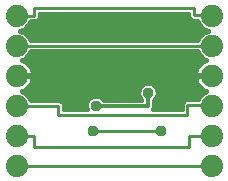
<source format=gbl>
G75*
%MOIN*%
%OFA0B0*%
%FSLAX24Y24*%
%IPPOS*%
%LPD*%
%AMOC8*
5,1,8,0,0,1.08239X$1,22.5*
%
%ADD10C,0.0740*%
%ADD11C,0.0160*%
%ADD12C,0.0376*%
%ADD13C,0.0120*%
%ADD14C,0.0100*%
D10*
X001500Y001000D03*
X001500Y002000D03*
X001500Y003000D03*
X001500Y004000D03*
X001500Y005000D03*
X001500Y006000D03*
X008000Y006000D03*
X008000Y005000D03*
X008000Y004000D03*
X008000Y003000D03*
X008000Y002000D03*
X008000Y001000D03*
D11*
X007007Y002883D02*
X006051Y002882D01*
X006086Y002917D01*
X006086Y002919D01*
X006087Y002921D01*
X006086Y003002D01*
X006086Y003083D01*
X006084Y003084D01*
X006083Y003166D01*
X006156Y003239D01*
X006206Y003360D01*
X006206Y003490D01*
X006156Y003611D01*
X006064Y003703D01*
X005943Y003753D01*
X005813Y003753D01*
X005692Y003703D01*
X005600Y003611D01*
X005550Y003490D01*
X005550Y003360D01*
X005600Y003239D01*
X005639Y003200D01*
X004406Y003200D01*
X004328Y003278D01*
X004207Y003328D01*
X004076Y003328D01*
X003956Y003278D01*
X003864Y003186D01*
X003814Y003065D01*
X003814Y002935D01*
X003836Y002880D01*
X003068Y002879D01*
X003068Y003079D01*
X002957Y003190D01*
X001973Y003190D01*
X001932Y003289D01*
X001789Y003432D01*
X001676Y003479D01*
X001711Y003490D01*
X001788Y003530D01*
X001858Y003580D01*
X001920Y003642D01*
X001970Y003712D01*
X002010Y003789D01*
X002036Y003871D01*
X002050Y003957D01*
X002050Y003980D01*
X001520Y003980D01*
X001520Y004020D01*
X002050Y004020D01*
X002050Y004043D01*
X002036Y004129D01*
X002010Y004211D01*
X001970Y004288D01*
X001920Y004358D01*
X001858Y004420D01*
X001788Y004470D01*
X001711Y004510D01*
X001676Y004521D01*
X001789Y004568D01*
X001932Y004711D01*
X001973Y004810D01*
X007527Y004810D01*
X007568Y004711D01*
X007711Y004568D01*
X007824Y004521D01*
X007789Y004510D01*
X007712Y004470D01*
X007642Y004420D01*
X007580Y004358D01*
X007530Y004288D01*
X007490Y004211D01*
X007464Y004129D01*
X007450Y004043D01*
X007450Y004020D01*
X007980Y004020D01*
X007980Y003980D01*
X007450Y003980D01*
X007450Y003957D01*
X007464Y003871D01*
X007490Y003789D01*
X007530Y003712D01*
X007580Y003642D01*
X007642Y003580D01*
X007712Y003530D01*
X007789Y003490D01*
X007824Y003479D01*
X007711Y003432D01*
X007568Y003289D01*
X007533Y003206D01*
X007118Y003206D01*
X007007Y003094D01*
X007007Y002883D01*
X007007Y002902D02*
X006070Y002902D01*
X006086Y003060D02*
X007007Y003060D01*
X007539Y003219D02*
X006135Y003219D01*
X006206Y003377D02*
X007656Y003377D01*
X007703Y003536D02*
X006187Y003536D01*
X006073Y003694D02*
X007542Y003694D01*
X007470Y003853D02*
X002030Y003853D01*
X001958Y003694D02*
X005683Y003694D01*
X005569Y003536D02*
X001797Y003536D01*
X001844Y003377D02*
X005550Y003377D01*
X005620Y003219D02*
X004387Y003219D01*
X003896Y003219D02*
X001961Y003219D01*
X001520Y004011D02*
X007980Y004011D01*
X007559Y004328D02*
X001941Y004328D01*
X002023Y004170D02*
X007477Y004170D01*
X007744Y004487D02*
X001756Y004487D01*
X001866Y004645D02*
X007634Y004645D01*
X007529Y004804D02*
X001971Y004804D01*
X001973Y005190D02*
X001932Y005289D01*
X001789Y005432D01*
X001626Y005500D01*
X001789Y005568D01*
X001932Y005711D01*
X001973Y005810D01*
X002169Y005810D01*
X002281Y005921D01*
X002281Y006066D01*
X007227Y006066D01*
X007227Y005941D01*
X007339Y005830D01*
X007519Y005830D01*
X007568Y005711D01*
X007711Y005568D01*
X007874Y005500D01*
X007711Y005432D01*
X007568Y005289D01*
X007527Y005190D01*
X001973Y005190D01*
X001936Y005279D02*
X007564Y005279D01*
X007724Y005438D02*
X001776Y005438D01*
X001817Y005596D02*
X007683Y005596D01*
X007550Y005755D02*
X001950Y005755D01*
X002272Y005913D02*
X007255Y005913D01*
X003814Y003060D02*
X003068Y003060D01*
X003068Y002902D02*
X003827Y002902D01*
D12*
X004142Y003000D03*
X004063Y002150D03*
X005878Y003425D03*
X005898Y004165D03*
X007008Y004020D03*
X006323Y002157D03*
X002551Y004106D03*
X002594Y005740D03*
D13*
X005878Y003425D02*
X005886Y003000D01*
X004142Y003000D01*
D14*
X004063Y002150D02*
X006323Y002157D01*
X007248Y002000D02*
X007248Y001622D01*
X002091Y001622D01*
X002091Y002000D01*
X001500Y002000D01*
X001500Y001000D02*
X008000Y001000D01*
X008000Y002000D02*
X007248Y002000D01*
X007197Y002693D02*
X007197Y003016D01*
X008000Y003016D01*
X008000Y003000D01*
X007197Y002693D02*
X002878Y002689D01*
X002878Y003000D01*
X001500Y003000D01*
X001500Y005000D02*
X008000Y005000D01*
X008000Y006000D02*
X008000Y006020D01*
X007417Y006020D01*
X007417Y006256D01*
X002091Y006256D01*
X002091Y006000D01*
X001500Y006000D01*
M02*

</source>
